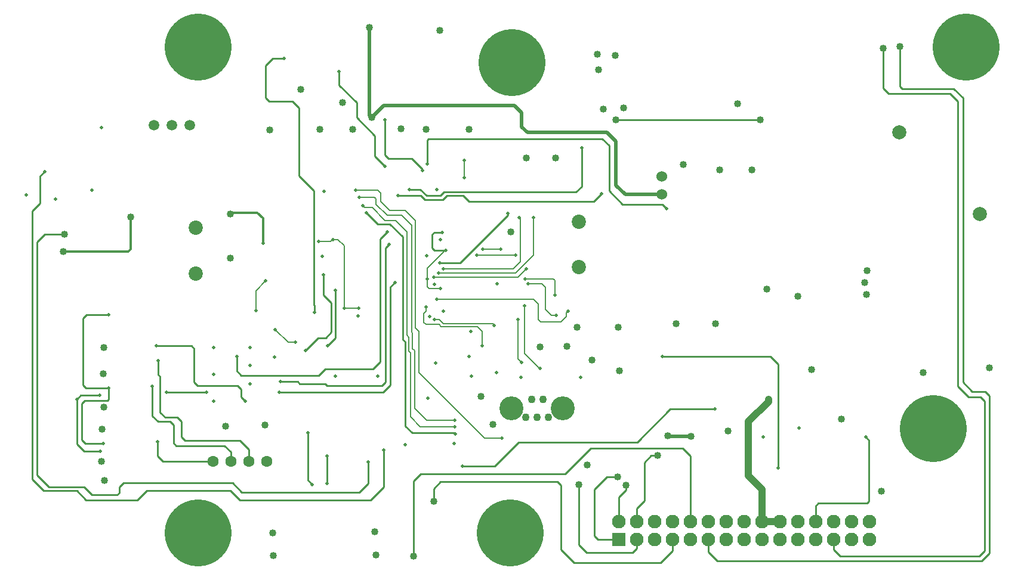
<source format=gbr>
G04 EasyPC Gerber Version 21.0.3 Build 4286 *
%FSLAX35Y35*%
%MOIN*%
%ADD90R,0.07677X0.07677*%
%ADD104C,0.00591*%
%ADD19C,0.00800*%
%ADD101C,0.00984*%
%ADD16C,0.01000*%
%ADD103C,0.01181*%
%ADD99C,0.01969*%
%ADD102C,0.03937*%
%ADD98C,0.04000*%
%ADD96C,0.04331*%
%ADD93C,0.05906*%
%ADD92C,0.06000*%
%ADD94C,0.06299*%
%ADD91C,0.07677*%
%ADD100C,0.07874*%
%ADD95C,0.07972*%
%ADD97C,0.13386*%
%ADD89C,0.37402*%
X0Y0D02*
D02*
D16*
X33474Y138478D02*
X35659Y140663D01*
X46072*
X46466Y109344D02*
X37411D01*
X33474Y113281*
Y138478*
X48041Y113675D02*
X38198D01*
X36230Y115644*
Y136116*
X37805Y137691*
X50403*
X51191Y138478*
Y144778*
X75600Y145565D02*
Y129030D01*
X78750Y125880*
X85443*
X87411Y123911*
Y114069*
X88986Y112494*
X115850*
X119393Y108951*
Y103608*
X77962Y168222D02*
X97431D01*
X98828Y166825*
Y147927*
X100797Y145959*
X123238*
X125206Y143990*
Y139620*
X127569Y137258*
X78356Y114856D02*
Y106826D01*
X81506Y103676*
X109393*
X78750Y160132D02*
Y152258D01*
X79931Y151077*
Y130998*
X82687Y128242*
X89380*
X91742Y125880*
Y117219*
X93710Y115250*
X124669*
X129393Y110526*
Y103676*
X83474Y142258D02*
X105915D01*
X122844Y162258D02*
Y154226D01*
X125206Y151864*
X168513*
X172057Y155407*
X198828*
X202765Y159344*
Y228045*
X206899Y232179*
X147254Y148321D02*
X156702D01*
X157883Y147140*
X172057*
X173238Y145959*
X203946*
X205915Y147927*
Y223124*
X207883Y225093*
X179931Y321549D02*
Y314069D01*
X189773Y304226*
Y295959*
X200009Y285722*
Y274305*
X205521Y268793*
X213002Y252258D02*
X225600D01*
X227962Y249896*
X237805*
X240167Y252258*
X249222*
X252372Y249108*
X322057*
X326387Y253439*
X219301Y255801D02*
X225206D01*
X228750Y252258*
X236624*
X238592Y254226*
X312214*
X315364Y257376*
Y279030*
X221663Y50683D02*
Y92809D01*
X225600Y96746*
X306309*
X320482Y110919*
X371899*
X376230Y106589*
Y70132*
X232687Y81392D02*
Y88478D01*
X236624Y92415*
X301978*
X303946Y90447*
Y54226*
X311033Y47140*
X359537*
X366230Y53833*
Y60132*
X236230Y214659D02*
X247450D01*
X274025Y241234*
Y242415*
X334655Y294778D02*
X415167D01*
D02*
D19*
X133474Y188085D02*
Y199108D01*
X138986Y204620*
X155521Y170368D02*
X151387D01*
X144301Y177455*
X168513Y226667D02*
X175206D01*
X176387Y227848*
X182687Y189266D02*
Y224305D01*
X179143Y227848*
X176387*
X234655Y194384D02*
X288592D01*
X291348Y191628*
Y182967*
X292529Y181785*
X303946*
X306702Y184541*
Y186679*
X307883Y187860*
X244498Y123124D02*
X225206D01*
X219694Y128636*
Y164463*
X218907Y165250*
Y173124*
X217726Y174305*
Y232179*
X211427Y238478*
X205521*
X198435Y245565*
X194301*
X193120Y246746*
X244498Y126667D02*
X228750D01*
X222057Y133360*
Y165644*
X220876Y166825*
Y175486*
X220482Y175880*
Y235722*
X214970Y241234*
X206702*
X200403Y247533*
Y250683*
X199616Y251470*
X191151*
X250009Y262494D02*
Y271943D01*
X270088Y222337D02*
X260246D01*
X270876Y116825D02*
X261033D01*
X224419Y153439*
Y176274*
X222450Y178242*
Y238478*
X216939Y243990*
X208277*
X203159Y249108*
Y253833*
X201584Y255407*
X189183*
X281899Y158951D02*
X279931Y160919D01*
Y182967*
X292135Y155801D02*
X291742D01*
X283474Y164069*
Y190841*
D02*
D89*
X101023Y63801D03*
Y335454D03*
X275600Y63801D03*
X276387Y326667D03*
X511820Y121943D03*
X530324Y335454D03*
D02*
D90*
X336230Y60132D03*
D02*
D91*
Y70132D03*
X346230Y60132D03*
Y70132D03*
X356230Y60132D03*
Y70132D03*
X366230Y60132D03*
Y70132D03*
X376230Y60132D03*
Y70132D03*
X386230Y60132D03*
Y70132D03*
X396230Y60132D03*
Y70132D03*
X406230Y60132D03*
Y70132D03*
X416230Y60132D03*
Y70132D03*
X426230Y60132D03*
Y70132D03*
X436230Y60132D03*
Y70132D03*
X446230Y60132D03*
Y70132D03*
X456230Y60132D03*
Y70132D03*
X466230Y60132D03*
Y70132D03*
X476230Y60132D03*
Y70132D03*
D02*
D92*
X360246Y253071D03*
Y262888D03*
D02*
D93*
X76531Y291784D03*
X86531Y291852D03*
X96531Y291784D03*
D02*
D94*
X109393Y103676D03*
X119393Y103608D03*
X129393Y103676D03*
X139380D03*
D02*
D95*
X99714Y208829D03*
Y234419D03*
X313691Y212222D03*
Y237813D03*
D02*
D96*
X284261Y128242D03*
X287411Y138478D03*
X290561Y128242D03*
X293710Y138478D03*
X296860Y128242D03*
D02*
D97*
X276191Y133360D03*
X304931D03*
D02*
D98*
X25994Y221156D03*
X26387Y230604D03*
X47254Y103833D03*
X47647Y121549D03*
X48041Y152652D03*
X48435Y134148D03*
Y167219D03*
X48828Y93203D03*
X63395Y240427D03*
X116545Y123518D03*
X119301Y217219D03*
Y242022D03*
X138592Y123911D03*
X141348Y288872D03*
X142923Y63675D03*
X143317Y51077D03*
X158671Y311707D03*
X169301Y289266D03*
X181702Y304423D03*
X187411Y289266D03*
X196860Y346352D03*
X198041Y295959D03*
X200009Y64463D03*
X200403Y51470D03*
X214576Y289659D03*
X221663Y50683D03*
X228356Y289266D03*
X232687Y81392D03*
X236230Y344778D03*
X252372Y289266D03*
X259065Y140053D03*
X265757Y124305D03*
X275994Y232179D03*
X284655Y273518D03*
X292135Y167612D03*
X300797Y273518D03*
X307096Y168006D03*
X313002Y178636D03*
X313789Y90841D03*
X318513Y101864D03*
X321269Y160526D03*
X324025Y331392D03*
X324813Y322730D03*
X327569Y300683D03*
X334261Y330604D03*
X334655Y294778D03*
X335443Y95171D03*
X335836Y178636D03*
X336624Y154226D03*
X338986Y301470D03*
X340167Y90447D03*
X357883Y106982D03*
X363395Y118006D03*
X368120Y180604D03*
X372057Y269581D03*
X376387Y117612D03*
X390167Y180604D03*
X392529Y266825D03*
X397254Y120762D03*
X402372Y303833D03*
X410639Y266825D03*
X415167Y294778D03*
X418907Y199896D03*
X419694Y138478D03*
X436230Y195959D03*
X443710Y155014D03*
X460639Y127455D03*
X473631Y203833D03*
X474419Y197140D03*
X474813Y210526D03*
X482687Y86904D03*
X483868Y334541D03*
X493317Y335722D03*
X506309Y153439D03*
X543317Y156195D03*
D02*
D99*
X5128Y252652D03*
X15364Y265644D03*
X21663Y250289D03*
X33474Y138478D03*
X41742Y255407D03*
X46072Y140663D03*
X46466Y109344D03*
X47254Y290447D03*
X48041Y113675D03*
X51191Y144778D03*
Y185722D03*
X75600Y145565D03*
X77962Y168222D03*
X78356Y114856D03*
X78750Y160132D03*
X83474Y142258D03*
X105915D03*
X109852Y137297D03*
Y152258D03*
Y167219D03*
X122844Y162258D03*
X127569Y137258D03*
X130324Y147140D03*
Y157376D03*
Y167219D03*
X133474Y188085D03*
X137411Y225656D03*
X138986Y204620D03*
X143710Y162100D03*
X144301Y177455D03*
X146466Y142258D03*
X147254Y148321D03*
X149222Y329030D03*
X155521Y170368D03*
X161033Y165644D03*
X162383Y119581D03*
X164970Y90841D03*
X166151Y186904D03*
X168513Y226667D03*
X170482Y218400D03*
X171269Y208163D03*
X171466Y254620D03*
X173238Y91234D03*
Y106589D03*
X173631Y168400D03*
X176387Y227848D03*
X177962Y151470D03*
Y199502D03*
X179931Y321549D03*
X182687Y189266D03*
X189183Y255407D03*
X190561Y184935D03*
X190954Y189266D03*
X191151Y251470D03*
X193120Y246746D03*
X195088Y242809D03*
X196072Y103439D03*
X196860Y346352D02*
Y297140D01*
X198041Y295959*
X201584Y151470D03*
X204734Y110132D03*
X205521Y268793D03*
Y294778D03*
X206899Y232179D03*
X207883Y225093D03*
X211033Y203833D03*
X213002Y252258D03*
X216939Y112888D03*
X219301Y255801D03*
X226584Y266431D03*
X228356Y190053D03*
X228750Y218793D03*
X229143Y205801D03*
Y269974D03*
X229537Y138872D03*
X230521Y184541D03*
X232687Y206589D03*
X233080Y182967D03*
Y202848D03*
X233868Y158557D03*
X234655Y194384D03*
Y255801D03*
X235443Y208951D03*
X236230Y214659D03*
X236624Y200289D03*
Y227848D03*
X237411Y231785D03*
X238198Y187691D03*
Y211313D03*
X239380Y221746D03*
X244104Y113675D03*
X244498Y123124D03*
Y126667D03*
X244891Y119187D03*
X248828Y101077D03*
X250009Y262494D03*
Y271943D03*
X252372Y162494D03*
X253553Y176274D03*
X253946Y151470D03*
X256702Y219187D03*
X259852Y168400D03*
X260246Y222337D03*
X266545Y179817D03*
X267726Y153439D03*
X268120Y203045D03*
X270088Y222337D03*
X270876Y116825D03*
X274025Y242415D03*
X278356Y219187D03*
X279931Y182967D03*
X280521Y240053D03*
X281506Y150683D03*
X281899Y158951D03*
X283474Y190841D03*
X283868Y205801D03*
X284655Y211313D03*
X285443Y203045D03*
X288592Y240053D03*
X292135Y155801D03*
X300403Y196746D03*
X301191Y185329D03*
X307883Y187860D03*
X314970Y150683D03*
X315364Y279030D03*
X326387Y253439D03*
X360246Y253071D02*
X339748D01*
X334655Y258163*
Y282573*
X329537Y287691*
X285049*
X281899Y290841*
Y298715*
X277962Y302652*
X204734*
X198041Y295959*
X360639Y162494D03*
X363002Y245171D03*
X376387Y117612D02*
X363395D01*
Y118006*
X389773Y132967D03*
X416939Y117219D03*
X425049Y99896D03*
X437017Y122337D03*
X474025Y117356D03*
D02*
D100*
X492923Y287691D03*
X537805Y242022D03*
D02*
D101*
X15364Y265644D02*
X13002Y263281D01*
Y247927*
X8671Y243596*
Y93596*
X14970Y87297*
X33474*
X38592Y82179*
X67332*
X72450Y87297*
X119301*
X124419Y82179*
X197647*
X204734Y89266*
Y110132*
X26387Y230604D02*
X15364D01*
X11033Y226274*
Y95959*
X17726Y89266*
X37411*
X41742Y84935*
X55915*
X57096Y86116*
Y89266*
X59458Y91628*
X120482*
X125600Y86510*
X191348*
X196072Y91234*
Y103439*
X51191Y144778D02*
X38592D01*
X37017Y146352*
Y183754*
X38986Y185722*
X51191*
X146466Y142258D02*
X204576D01*
X208671Y146352*
Y201470*
X211033Y203833*
X162383Y119581D02*
Y93427D01*
X164970Y90841*
X166151Y186904D02*
Y190841D01*
X165757Y191234*
Y255014*
X157490Y263281*
Y301470*
X153946Y305014*
X140954*
X138986Y306982*
Y325093*
X142923Y329030*
X149222*
X171269Y208163D02*
Y196746D01*
X175600Y192415*
Y175880*
X172450Y172730*
X168120*
X161033Y165644*
X173238Y106589D02*
Y91234D01*
X177962Y199502D02*
Y172730D01*
X173631Y168400*
X205521Y294778D02*
Y275093D01*
X207490Y273124*
X220482*
X226584Y267022*
Y266431*
X229143Y269974D02*
Y283360D01*
X229931Y284148*
X326781*
X330718Y280211*
Y255014*
X338198Y247533*
X360639*
X363002Y245171*
X237411Y231785D02*
X233080D01*
X231899Y230604*
Y222927*
X233080Y221746*
X239380*
X244891Y119187D02*
Y119581D01*
X220876*
X216939Y123518*
Y170368*
X215364Y171943*
Y229423*
X208277Y236510*
X201387*
X195088Y242809*
X248828Y101077D02*
X266939D01*
X280324Y114463*
X346466*
X364970Y132967*
X389773*
X313789Y90841D02*
Y56982D01*
X318120Y52652*
X343868*
X346230Y55014*
Y60132*
X335443Y95171D02*
X329537D01*
X322450Y88085*
Y62100*
X324419Y60132*
X336230*
X340167Y90447D02*
Y87691D01*
X336230Y83754*
Y70132*
X357883Y106982D02*
X354340D01*
X350403Y103045*
Y81628*
X346230Y77455*
Y70132*
X360639Y162494D02*
X420718D01*
X425049Y158163*
Y99896*
X446230Y70132D02*
Y78793D01*
X447647Y80211*
X474813*
X475994Y81392*
Y115388*
X474025Y117356*
X483868Y334541D02*
Y312494D01*
X487017Y309344*
X521269*
X525600Y305014*
Y145565*
X531506Y139659*
X538198*
X540561Y137297*
Y53833*
X537411Y50683*
X459773*
X456230Y54226*
Y60132*
X493317Y335722D02*
Y313281D01*
X494498Y312100*
X523238*
X528356Y306982*
Y147927*
X533474Y142809*
X540954*
X543317Y140447*
Y52258*
X538986Y47927*
X391348*
X386230Y53045*
Y60132*
D02*
D102*
X416230Y70132D02*
Y88006D01*
X408671Y95565*
Y125880*
X419694Y136904*
Y138478*
X426230Y70132D02*
X416230D01*
D02*
D103*
X25994Y221156D02*
X62214D01*
X63395Y222337*
Y240427*
X137411Y225656D02*
Y239659D01*
X134261Y242809*
X120088*
X119301Y242022*
D02*
D104*
X190954Y189266D02*
X182687D01*
X228356Y190053D02*
Y187691D01*
X227175Y186510*
Y181392*
X228356Y180211*
X235836*
X237017Y179030*
X257096*
X259852Y176274*
Y168400*
X229143Y205801D02*
Y211707D01*
X239380Y221943*
Y221746*
X232687Y206589D02*
X279931D01*
X284655Y211313*
X233080Y182967D02*
X235836D01*
X238198Y180604*
X265757*
X266545Y179817*
X235443Y208951D02*
X278356D01*
X288592Y219187*
Y240053*
X236624Y200289D02*
X230324D01*
X229143Y201470*
Y205801*
X238198Y211313D02*
X277175D01*
X281112Y215250*
Y239463*
X280521Y240053*
X256702Y219187D02*
X278356D01*
X283868Y205801D02*
X299616D01*
X300403Y205014*
Y196746*
X285443Y203045D02*
X293120D01*
X295088Y201077*
Y188675*
X298435Y185329*
X301191*
X0Y0D02*
M02*

</source>
